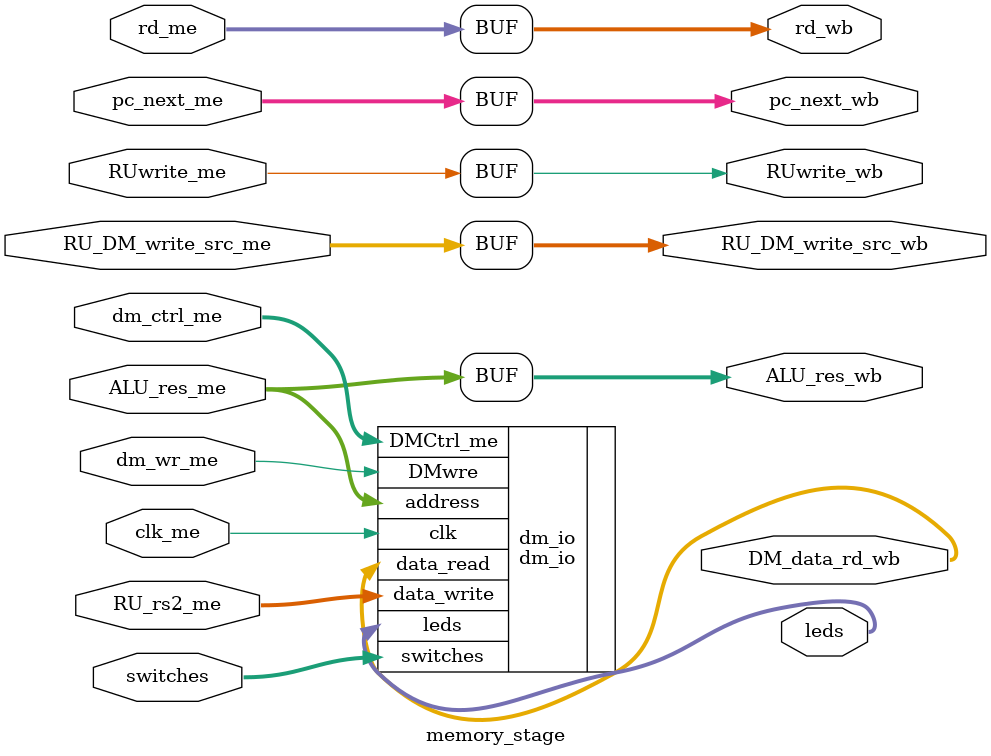
<source format=sv>

module memory_stage(
	input logic [31:0] pc_next_me,
	input logic [31:0] ALU_res_me,
	input logic [31:0] RU_rs2_me,
	input logic [4:0] rd_me,
	input logic [7:0] switches,
	input logic [2:0] dm_ctrl_me,
	input logic [1:0] RU_DM_write_src_me,
	input logic RUwrite_me,
	input logic dm_wr_me,
	input logic clk_me,
	output logic [31:0] pc_next_wb,
	output logic [31:0] DM_data_rd_wb,
	output logic [31:0] ALU_res_wb,
	output logic [7:0] leds,
	output logic [4:0] rd_wb,	
	output logic RUwrite_wb,
	output logic [1:0] RU_DM_write_src_wb
);


dm_io dm_io(
	.clk(clk_me),
	.DMwre(dm_wr_me),
	.data_write(RU_rs2_me),
	.address(ALU_res_me),
	.switches(switches),
	.leds(leds),
	.DMCtrl_me(dm_ctrl_me),
	.data_read(DM_data_rd_wb)
);

assign pc_next_wb = pc_next_me;
assign rd_wb = rd_me;
assign ALU_res_wb = ALU_res_me;
assign RUwrite_wb = RUwrite_me;
assign RU_DM_write_src_wb = RU_DM_write_src_me;

endmodule
</source>
